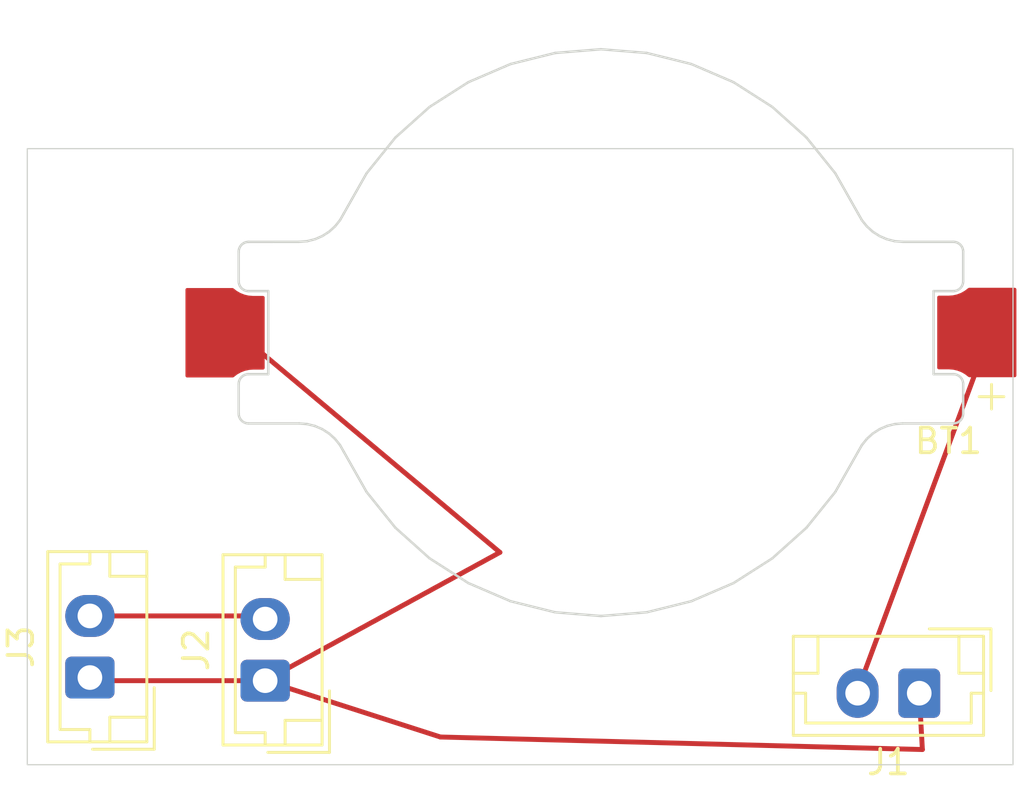
<source format=kicad_pcb>
(kicad_pcb (version 20240108) (generator "pcbnew") (generator_version "8.0")
  (layers (0 "F.Cu" signal) (31 "B.Cu" signal) (34 "B.Paste" user) (35 "F.Paste" user) (36 "B.SilkS" user "B.Silkscreen") (37 "F.SilkS" user "F.Silkscreen") (38 "B.Mask" user) (39 "F.Mask" user) (44 "Edge.Cuts" user))
  (net 0 "")
  (net 1 "Net-(BT1-+)")
  (net 2 "Net-(BT1--)")
  (net 3 "Net-(J2-Pin_2)")
  (footprint "Connector_JST:JST_EH_B2B-EH-A_1x02_P2.50mm_Vertical" (layer "F.Cu") (at 135.255 62.357 90)
    (property "Reference" "J3" (at 1.25 -2.8 90) (layer "F.SilkS"))
    (property "Value" "External Signal")
    (fp_line (start 5.11 -1.71) (end -2.61 -1.71) (stroke (width 0.12)) (layer "F.SilkS"))
    (fp_line (start -2.61 -1.71) (end -2.61 2.31) (stroke (width 0.12)) (layer "F.SilkS"))
    (fp_line (start 4.61 -1.21) (end 4.61 0) (stroke (width 0.12)) (layer "F.SilkS"))
    (fp_line (start -2.11 -1.21) (end 4.61 -1.21) (stroke (width 0.12)) (layer "F.SilkS"))
    (fp_line (start 4.61 0) (end 5.11 0) (stroke (width 0.12)) (layer "F.SilkS"))
    (fp_line (start -2.11 0) (end -2.11 -1.21) (stroke (width 0.12)) (layer "F.SilkS"))
    (fp_line (start -2.61 0) (end -2.11 0) (stroke (width 0.12)) (layer "F.SilkS"))
    (fp_line (start -2.91 0.11) (end -2.91 2.61) (stroke (width 0.12)) (layer "F.SilkS"))
    (fp_line (start 5.11 0.81) (end 4.11 0.81) (stroke (width 0.12)) (layer "F.SilkS"))
    (fp_line (start 4.11 0.81) (end 4.11 2.31) (stroke (width 0.12)) (layer "F.SilkS"))
    (fp_line (start -1.61 0.81) (end -1.61 2.31) (stroke (width 0.12)) (layer "F.SilkS"))
    (fp_line (start -2.61 0.81) (end -1.61 0.81) (stroke (width 0.12)) (layer "F.SilkS"))
    (fp_line (start 5.11 2.31) (end 5.11 -1.71) (stroke (width 0.12)) (layer "F.SilkS"))
    (fp_line (start -2.61 2.31) (end 5.11 2.31) (stroke (width 0.12)) (layer "F.SilkS"))
    (fp_line (start -2.91 2.61) (end -0.41 2.61) (stroke (width 0.12)) (layer "F.SilkS"))
    (pad "1" thru_hole roundrect (at 0 0 90) (size 1.7 2) (drill 1) (layers "*.Cu" "*.Mask") (roundrect_rratio 0.147059) (net 2 "Net-(BT1--)"))
    (pad "2" thru_hole oval (at 2.5 0 90) (size 1.7 2) (drill 1) (layers "*.Cu" "*.Mask") (net 3 "Net-(J2-Pin_2)"))
  )
  (footprint "Connector_JST:JST_EH_B2B-EH-A_1x02_P2.50mm_Vertical" (layer "F.Cu") (at 142.367 62.484 90)
    (property "Reference" "J2" (at 1.25 -2.8 90) (layer "F.SilkS"))
    (property "Value" "FobButton")
    (fp_line (start 5.11 -1.71) (end -2.61 -1.71) (stroke (width 0.12)) (layer "F.SilkS"))
    (fp_line (start -2.61 -1.71) (end -2.61 2.31) (stroke (width 0.12)) (layer "F.SilkS"))
    (fp_line (start 4.61 -1.21) (end 4.61 0) (stroke (width 0.12)) (layer "F.SilkS"))
    (fp_line (start -2.11 -1.21) (end 4.61 -1.21) (stroke (width 0.12)) (layer "F.SilkS"))
    (fp_line (start 4.61 0) (end 5.11 0) (stroke (width 0.12)) (layer "F.SilkS"))
    (fp_line (start -2.11 0) (end -2.11 -1.21) (stroke (width 0.12)) (layer "F.SilkS"))
    (fp_line (start -2.61 0) (end -2.11 0) (stroke (width 0.12)) (layer "F.SilkS"))
    (fp_line (start -2.91 0.11) (end -2.91 2.61) (stroke (width 0.12)) (layer "F.SilkS"))
    (fp_line (start 5.11 0.81) (end 4.11 0.81) (stroke (width 0.12)) (layer "F.SilkS"))
    (fp_line (start 4.11 0.81) (end 4.11 2.31) (stroke (width 0.12)) (layer "F.SilkS"))
    (fp_line (start -1.61 0.81) (end -1.61 2.31) (stroke (width 0.12)) (layer "F.SilkS"))
    (fp_line (start -2.61 0.81) (end -1.61 0.81) (stroke (width 0.12)) (layer "F.SilkS"))
    (fp_line (start 5.11 2.31) (end 5.11 -1.71) (stroke (width 0.12)) (layer "F.SilkS"))
    (fp_line (start -2.61 2.31) (end 5.11 2.31) (stroke (width 0.12)) (layer "F.SilkS"))
    (fp_line (start -2.91 2.61) (end -0.41 2.61) (stroke (width 0.12)) (layer "F.SilkS"))
    (pad "1" thru_hole roundrect (at 0 0 90) (size 1.7 2) (drill 1) (layers "*.Cu" "*.Mask") (roundrect_rratio 0.147059) (net 2 "Net-(BT1--)"))
    (pad "2" thru_hole oval (at 2.5 0 90) (size 1.7 2) (drill 1) (layers "*.Cu" "*.Mask") (net 3 "Net-(J2-Pin_2)"))
  )
  (footprint "Battery:BatteryHolder_Keystone_1057_1x2032" (layer "F.Cu") (at 155.993 48.36 180)
    (property "Reference" "BT1" (at -14.1 -4.4 0) (layer "F.SilkS"))
    (property "Value" "Battery_Cell")
    (fp_line (start -15.35 -2.6) (end -16.35 -2.6) (stroke (width 0.12)) (layer "F.SilkS"))
    (fp_line (start -15.85 -3.1) (end -15.85 -2.1) (stroke (width 0.12)) (layer "F.SilkS"))
    (fp_line (start 14.7 2.082843) (end 14.7 3.282793) (stroke (width 0.1)) (layer "Edge.Cuts"))
    (fp_line (start 14.7 -3.285) (end 14.7 -2.08505) (stroke (width 0.1)) (layer "Edge.Cuts"))
    (fp_line (start 14.3 3.682793) (end 12.244622 3.684999) (stroke (width 0.1)) (layer "Edge.Cuts"))
    (fp_line (start 14.3 -1.68505) (end 13.5 -1.68505) (stroke (width 0.1)) (layer "Edge.Cuts"))
    (fp_line (start 13.5 1.684949) (end 14.3 1.68505) (stroke (width 0.1)) (layer "Edge.Cuts"))
    (fp_line (start 13.5 -1.68505) (end 13.5 1.684949) (stroke (width 0.1)) (layer "Edge.Cuts"))
    (fp_line (start 12.244622 3.684999) (end 11.921438 3.711284) (stroke (width 0.1)) (layer "Edge.Cuts"))
    (fp_line (start 12.244622 -3.685) (end 14.3 -3.685) (stroke (width 0.1)) (layer "Edge.Cuts"))
    (fp_line (start 11.921438 3.711284) (end 11.606748 3.789447) (stroke (width 0.1)) (layer "Edge.Cuts"))
    (fp_line (start 11.921438 -3.711285) (end 12.244622 -3.685) (stroke (width 0.1)) (layer "Edge.Cuts"))
    (fp_line (start 11.606748 3.789447) (end 11.308825 3.917434) (stroke (width 0.1)) (layer "Edge.Cuts"))
    (fp_line (start 11.606748 -3.789448) (end 11.921438 -3.711285) (stroke (width 0.1)) (layer "Edge.Cuts"))
    (fp_line (start 11.308825 3.917434) (end 11.035499 4.091882) (stroke (width 0.1)) (layer "Edge.Cuts"))
    (fp_line (start 11.308825 -3.917435) (end 11.606748 -3.789448) (stroke (width 0.1)) (layer "Edge.Cuts"))
    (fp_line (start 11.035499 4.091882) (end 10.793955 4.308204) (stroke (width 0.1)) (layer "Edge.Cuts"))
    (fp_line (start 11.035499 -4.091883) (end 11.308825 -3.917435) (stroke (width 0.1)) (layer "Edge.Cuts"))
    (fp_line (start 10.793955 4.308204) (end 10.590541 4.560715) (stroke (width 0.1)) (layer "Edge.Cuts"))
    (fp_line (start 10.793955 -4.308205) (end 11.035499 -4.091883) (stroke (width 0.1)) (layer "Edge.Cuts"))
    (fp_line (start 10.590541 4.560715) (end 10.430604 4.842777) (stroke (width 0.1)) (layer "Edge.Cuts"))
    (fp_line (start 10.590541 -4.560716) (end 10.793955 -4.308205) (stroke (width 0.1)) (layer "Edge.Cuts"))
    (fp_line (start 10.430604 4.842777) (end 9.510967 6.464635) (stroke (width 0.1)) (layer "Edge.Cuts"))
    (fp_line (start 10.430604 -4.842778) (end 10.590541 -4.560716) (stroke (width 0.1)) (layer "Edge.Cuts"))
    (fp_line (start 9.510967 6.464635) (end 8.341336 7.916571) (stroke (width 0.1)) (layer "Edge.Cuts"))
    (fp_line (start 9.510967 -6.464636) (end 10.430604 -4.842778) (stroke (width 0.1)) (layer "Edge.Cuts"))
    (fp_line (start 8.341336 7.916571) (end 6.952455 9.160423) (stroke (width 0.1)) (layer "Edge.Cuts"))
    (fp_line (start 8.341336 -7.916572) (end 9.510967 -6.464636) (stroke (width 0.1)) (layer "Edge.Cuts"))
    (fp_line (start 6.952455 9.160423) (end 5.380831 10.163495) (stroke (width 0.1)) (layer "Edge.Cuts"))
    (fp_line (start 6.952455 -9.160424) (end 8.341336 -7.916572) (stroke (width 0.1)) (layer "Edge.Cuts"))
    (fp_line (start 5.380831 10.163495) (end 3.667774 10.899423) (stroke (width 0.1)) (layer "Edge.Cuts"))
    (fp_line (start 5.380831 -10.163496) (end 6.952455 -9.160424) (stroke (width 0.1)) (layer "Edge.Cuts"))
    (fp_line (start 3.667774 10.899423) (end 1.858309 11.348862) (stroke (width 0.1)) (layer "Edge.Cuts"))
    (fp_line (start 3.667774 -10.899424) (end 5.380831 -10.163496) (stroke (width 0.1)) (layer "Edge.Cuts"))
    (fp_line (start 1.858309 11.348862) (end 0 11.499999) (stroke (width 0.1)) (layer "Edge.Cuts"))
    (fp_line (start 1.858309 -11.348863) (end 3.667774 -10.899424) (stroke (width 0.1)) (layer "Edge.Cuts"))
    (fp_line (start 0 11.499999) (end -1.858308 11.348862) (stroke (width 0.1)) (layer "Edge.Cuts"))
    (fp_line (start 0 -11.5) (end 1.858309 -11.348863) (stroke (width 0.1)) (layer "Edge.Cuts"))
    (fp_line (start -1.858308 11.348862) (end -3.667773 10.899423) (stroke (width 0.1)) (layer "Edge.Cuts"))
    (fp_line (start -1.858308 -11.348863) (end 0 -11.5) (stroke (width 0.1)) (layer "Edge.Cuts"))
    (fp_line (start -3.667773 10.899423) (end -5.38083 10.163495) (stroke (width 0.1)) (layer "Edge.Cuts"))
    (fp_line (start -3.667773 -10.899424) (end -1.858308 -11.348863) (stroke (width 0.1)) (layer "Edge.Cuts"))
    (fp_line (start -5.38083 10.163495) (end -6.952454 9.160423) (stroke (width 0.1)) (layer "Edge.Cuts"))
    (fp_line (start -5.38083 -10.163496) (end -3.667773 -10.899424) (stroke (width 0.1)) (layer "Edge.Cuts"))
    (fp_line (start -6.952454 9.160423) (end -8.341335 7.916571) (stroke (width 0.1)) (layer "Edge.Cuts"))
    (fp_line (start -6.952454 -9.160424) (end -5.38083 -10.163496) (stroke (width 0.1)) (layer "Edge.Cuts"))
    (fp_line (start -8.341335 7.916571) (end -9.510966 6.464635) (stroke (width 0.1)) (layer "Edge.Cuts"))
    (fp_line (start -8.341335 -7.916572) (end -6.952454 -9.160424) (stroke (width 0.1)) (layer "Edge.Cuts"))
    (fp_line (start -9.510966 6.464635) (end -10.430603 4.842777) (stroke (width 0.1)) (layer "Edge.Cuts"))
    (fp_line (start -9.510966 -6.464636) (end -8.341335 -7.916572) (stroke (width 0.1)) (layer "Edge.Cuts"))
    (fp_line (start -10.430603 4.842777) (end -10.59054 4.560715) (stroke (width 0.1)) (layer "Edge.Cuts"))
    (fp_line (start -10.430603 -4.842778) (end -9.510966 -6.464636) (stroke (width 0.1)) (layer "Edge.Cuts"))
    (fp_line (start -10.59054 4.560715) (end -10.793954 4.308204) (stroke (width 0.1)) (layer "Edge.Cuts"))
    (fp_line (start -10.59054 -4.560716) (end -10.430603 -4.842778) (stroke (width 0.1)) (layer "Edge.Cuts"))
    (fp_line (start -10.793954 4.308204) (end -11.035498 4.091882) (stroke (width 0.1)) (layer "Edge.Cuts"))
    (fp_line (start -10.793954 -4.308205) (end -10.59054 -4.560716) (stroke (width 0.1)) (layer "Edge.Cuts"))
    (fp_line (start -11.035498 4.091882) (end -11.308824 3.917434) (stroke (width 0.1)) (layer "Edge.Cuts"))
    (fp_line (start -11.035498 -4.091883) (end -10.793954 -4.308205) (stroke (width 0.1)) (layer "Edge.Cuts"))
    (fp_line (start -11.308824 3.917434) (end -11.606747 3.789447) (stroke (width 0.1)) (layer "Edge.Cuts"))
    (fp_line (start -11.308824 -3.917435) (end -11.035498 -4.091883) (stroke (width 0.1)) (layer "Edge.Cuts"))
    (fp_line (start -11.606747 3.789447) (end -11.921437 3.711284) (stroke (width 0.1)) (layer "Edge.Cuts"))
    (fp_line (start -11.606747 -3.789448) (end -11.308824 -3.917435) (stroke (width 0.1)) (layer "Edge.Cuts"))
    (fp_line (start -11.921437 3.711284) (end -12.244621 3.684999) (stroke (width 0.1)) (layer "Edge.Cuts"))
    (fp_line (start -11.921437 -3.711285) (end -11.606747 -3.789448) (stroke (width 0.1)) (layer "Edge.Cuts"))
    (fp_line (start -12.244621 3.684999) (end -14.3 3.684899) (stroke (width 0.1)) (layer "Edge.Cuts"))
    (fp_line (start -12.244621 -3.685) (end -11.921437 -3.711285) (stroke (width 0.1)) (layer "Edge.Cuts"))
    (fp_line (start -13.5 1.684949) (end -13.5 -1.68505) (stroke (width 0.1)) (layer "Edge.Cuts"))
    (fp_line (start -13.5 -1.68505) (end -14.3 -1.68505) (stroke (width 0.1)) (layer "Edge.Cuts"))
    (fp_line (start -14.3 1.684949) (end -13.5 1.684949) (stroke (width 0.1)) (layer "Edge.Cuts"))
    (fp_line (start -14.3 -3.685) (end -12.244621 -3.685) (stroke (width 0.1)) (layer "Edge.Cuts"))
    (fp_line (start -14.7 3.284899) (end -14.7 2.084949) (stroke (width 0.1)) (layer "Edge.Cuts"))
    (fp_line (start -14.7 -2.08505) (end -14.7 -3.285) (stroke (width 0.1)) (layer "Edge.Cuts"))
    (fp_arc (start 14.7 3.282793) (mid 14.582845 3.56564) (end 14.3 3.682793) (stroke (width 0.1)) (layer "Edge.Cuts"))
    (fp_arc (start 14.7 -2.08505) (mid 14.582843 -1.802207) (end 14.3 -1.68505) (stroke (width 0.1)) (layer "Edge.Cuts"))
    (fp_arc (start 14.3 1.68505) (mid 14.582825 1.80221) (end 14.7 2.08505) (stroke (width 0.1)) (layer "Edge.Cuts"))
    (fp_arc (start 14.3 -3.685) (mid 14.582843 -3.567843) (end 14.7 -3.285) (stroke (width 0.1)) (layer "Edge.Cuts"))
    (fp_arc (start -14.3 3.684899) (mid -14.582843 3.567742) (end -14.7 3.284899) (stroke (width 0.1)) (layer "Edge.Cuts"))
    (fp_arc (start -14.3 -1.68505) (mid -14.582843 -1.802207) (end -14.7 -2.08505) (stroke (width 0.1)) (layer "Edge.Cuts"))
    (fp_arc (start -14.7 2.084949) (mid -14.582843 1.802106) (end -14.3 1.684949) (stroke (width 0.1)) (layer "Edge.Cuts"))
    (fp_arc (start -14.7 -3.285) (mid -14.582843 -3.567843) (end -14.3 -3.685) (stroke (width 0.1)) (layer "Edge.Cuts"))
    (pad "1" smd custom (at -15.15 -0.1 180) (size 1 1) (layers "F.Cu" "F.Paste" "F.Mask") (net 1 "Net-(BT1-+)") (options (clearance outline) (anchor rect)) (primitives (gr_poly (pts (xy 0.2 -1.65) (xy 0.271537 -1.594563) (xy 0.343074 -1.539127) (xy 0.500662 -1.450081) (xy 0.58506 -1.417404) (xy 0.669458 -1.384728) (xy 0.757691 -1.364583) (xy 0.845923 -1.344438) (xy 1.026357 -1.330056) (xy 1.235196 -1.330056) (xy 1.444035 -1.330057) (xy 1.444034 1.539942) (xy 1.044035 1.539967) (xy 0.86174 1.553331) (xy 0.683343 1.593137) (xy 0.512659 1.658535) (xy 0.353336 1.748125) (xy 0.28106 1.804058) (xy 0.208783 1.859992) (xy -1.65 1.859992) (xy -1.65 -1.650007)) (width 0.12) (fill yes))))
    (pad "2" smd custom (at 15.15 0.1) (size 1 1) (layers "F.Cu" "F.Paste" "F.Mask") (net 2 "Net-(BT1--)") (options (clearance outline) (anchor rect)) (primitives (gr_poly (pts (xy 0.2 -1.65) (xy 0.271537 -1.594563) (xy 0.343074 -1.539127) (xy 0.500662 -1.450081) (xy 0.58506 -1.417404) (xy 0.669458 -1.384728) (xy 0.757691 -1.364583) (xy 0.845923 -1.344438) (xy 1.026357 -1.330056) (xy 1.235196 -1.330056) (xy 1.444035 -1.330057) (xy 1.444034 1.539942) (xy 1.044035 1.539967) (xy 0.86174 1.553331) (xy 0.683343 1.593137) (xy 0.512659 1.658535) (xy 0.353336 1.748125) (xy 0.28106 1.804058) (xy 0.208783 1.859992) (xy -1.65 1.859992) (xy -1.65 -1.650007)) (width 0.12) (fill yes))))
  )
  (footprint "Connector_JST:JST_EH_B2B-EH-A_1x02_P2.50mm_Vertical" (layer "F.Cu") (at 168.91 62.992 180)
    (property "Reference" "J1" (at 1.25 -2.8 0) (layer "F.SilkS"))
    (property "Value" "FobBattery")
    (fp_line (start 5.11 2.31) (end 5.11 -1.71) (stroke (width 0.12)) (layer "F.SilkS"))
    (fp_line (start 5.11 0.81) (end 4.11 0.81) (stroke (width 0.12)) (layer "F.SilkS"))
    (fp_line (start 5.11 -1.71) (end -2.61 -1.71) (stroke (width 0.12)) (layer "F.SilkS"))
    (fp_line (start 4.61 0) (end 5.11 0) (stroke (width 0.12)) (layer "F.SilkS"))
    (fp_line (start 4.61 -1.21) (end 4.61 0) (stroke (width 0.12)) (layer "F.SilkS"))
    (fp_line (start 4.11 0.81) (end 4.11 2.31) (stroke (width 0.12)) (layer "F.SilkS"))
    (fp_line (start -1.61 0.81) (end -1.61 2.31) (stroke (width 0.12)) (layer "F.SilkS"))
    (fp_line (start -2.11 0) (end -2.11 -1.21) (stroke (width 0.12)) (layer "F.SilkS"))
    (fp_line (start -2.11 -1.21) (end 4.61 -1.21) (stroke (width 0.12)) (layer "F.SilkS"))
    (fp_line (start -2.61 2.31) (end 5.11 2.31) (stroke (width 0.12)) (layer "F.SilkS"))
    (fp_line (start -2.61 0.81) (end -1.61 0.81) (stroke (width 0.12)) (layer "F.SilkS"))
    (fp_line (start -2.61 0) (end -2.11 0) (stroke (width 0.12)) (layer "F.SilkS"))
    (fp_line (start -2.61 -1.71) (end -2.61 2.31) (stroke (width 0.12)) (layer "F.SilkS"))
    (fp_line (start -2.91 2.61) (end -0.41 2.61) (stroke (width 0.12)) (layer "F.SilkS"))
    (fp_line (start -2.91 0.11) (end -2.91 2.61) (stroke (width 0.12)) (layer "F.SilkS"))
    (pad "1" thru_hole roundrect (at 0 0 180) (size 1.7 2) (drill 1) (layers "*.Cu" "*.Mask") (roundrect_rratio 0.147059) (net 2 "Net-(BT1--)"))
    (pad "2" thru_hole oval (at 2.5 0 180) (size 1.7 2) (drill 1) (layers "*.Cu" "*.Mask") (net 1 "Net-(BT1-+)"))
  )
  (gr_line (start 169.037 65.278) (end 149.479 64.77) (stroke (width 0.2)) (layer "F.Cu") (net 2))
  (gr_line (start 142.367 62.484) (end 151.892 57.277) (stroke (width 0.2)) (layer "F.Cu") (net 2))
  (gr_line (start 171.831 48.26) (end 166.37 62.992) (stroke (width 0.2)) (layer "F.Cu") (net 1))
  (gr_line (start 149.479 64.77) (end 142.367 62.484) (stroke (width 0.2)) (layer "F.Cu") (net 2))
  (gr_line (start 151.892 57.277) (end 140.97 48.133) (stroke (width 0.2)) (layer "F.Cu") (net 2))
  (gr_line (start 168.91 62.992) (end 169.037 65.278) (stroke (width 0.2)) (layer "F.Cu") (net 2))
  (gr_rect (start 132.715 40.894) (end 172.715 65.894) (stroke (width 0.05)) (fill none) (layer "Edge.Cuts"))
  (segment (start 142.367 62.484) (end 135.382 62.484) (width 0.2) (layer "F.Cu") (net 2))
  (segment (start 135.382 62.484) (end 135.255 62.357) (width 0.2) (layer "F.Cu") (net 2))
  (segment (start 135.255 59.857) (end 142.24 59.857) (width 0.2) (layer "F.Cu") (net 3))
  (segment (start 142.24 59.857) (end 142.367 59.984) (width 0.2) (layer "F.Cu") (net 3))
)
</source>
